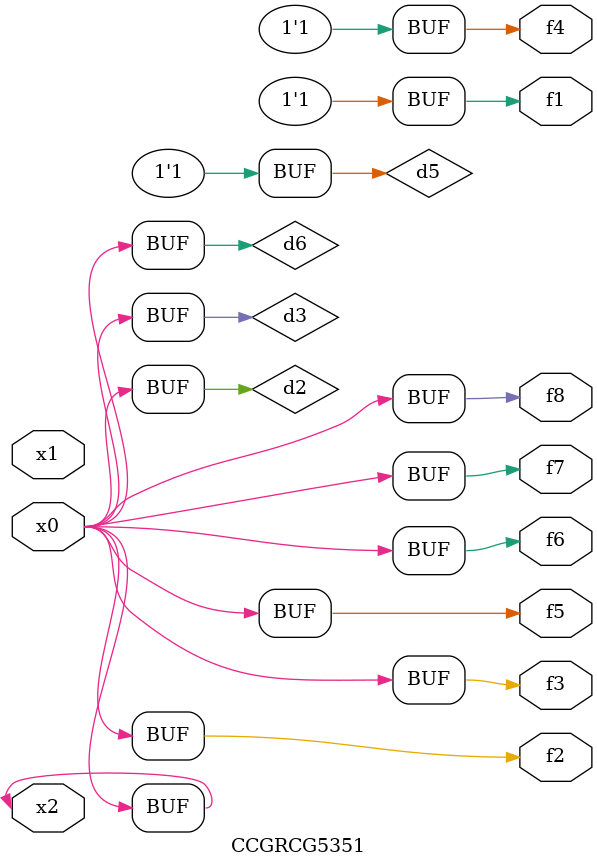
<source format=v>
module CCGRCG5351(
	input x0, x1, x2,
	output f1, f2, f3, f4, f5, f6, f7, f8
);

	wire d1, d2, d3, d4, d5, d6;

	xnor (d1, x2);
	buf (d2, x0, x2);
	and (d3, x0);
	xnor (d4, x1, x2);
	nand (d5, d1, d3);
	buf (d6, d2, d3);
	assign f1 = d5;
	assign f2 = d6;
	assign f3 = d6;
	assign f4 = d5;
	assign f5 = d6;
	assign f6 = d6;
	assign f7 = d6;
	assign f8 = d6;
endmodule

</source>
